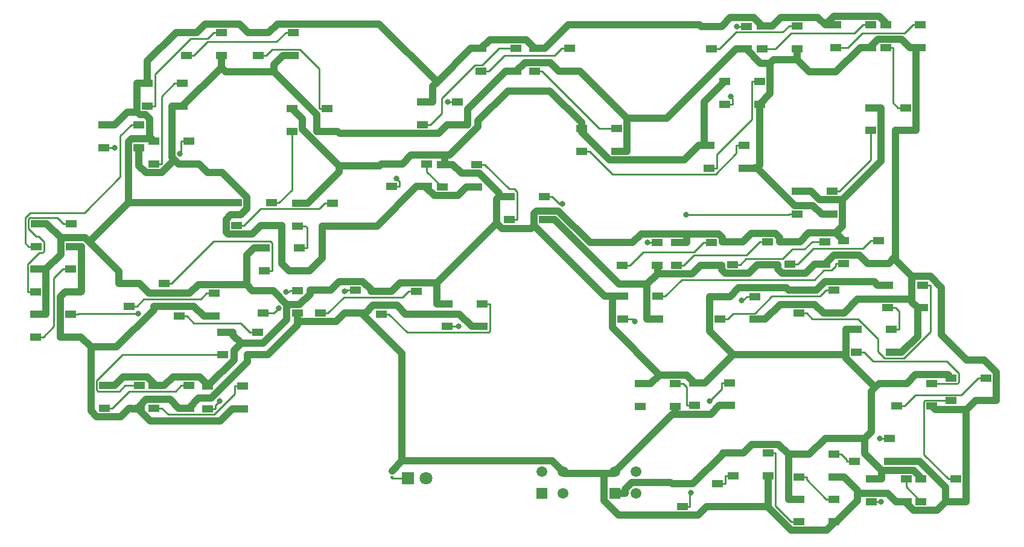
<source format=gbr>
%TF.GenerationSoftware,KiCad,Pcbnew,(5.1.6)-1*%
%TF.CreationDate,2020-11-25T11:28:29+11:00*%
%TF.ProjectId,SNSR Panel PCB V1,534e5352-2050-4616-9e65-6c2050434220,rev?*%
%TF.SameCoordinates,Original*%
%TF.FileFunction,Copper,L1,Top*%
%TF.FilePolarity,Positive*%
%FSLAX46Y46*%
G04 Gerber Fmt 4.6, Leading zero omitted, Abs format (unit mm)*
G04 Created by KiCad (PCBNEW (5.1.6)-1) date 2020-11-25 11:28:29*
%MOMM*%
%LPD*%
G01*
G04 APERTURE LIST*
%TA.AperFunction,SMDPad,CuDef*%
%ADD10R,1.500000X1.000000*%
%TD*%
%TA.AperFunction,ComponentPad*%
%ADD11C,1.520000*%
%TD*%
%TA.AperFunction,ComponentPad*%
%ADD12R,1.520000X1.520000*%
%TD*%
%TA.AperFunction,ComponentPad*%
%ADD13C,1.800000*%
%TD*%
%TA.AperFunction,ComponentPad*%
%ADD14R,1.800000X1.800000*%
%TD*%
%TA.AperFunction,ViaPad*%
%ADD15C,0.800000*%
%TD*%
%TA.AperFunction,Conductor*%
%ADD16C,1.000000*%
%TD*%
%TA.AperFunction,Conductor*%
%ADD17C,0.400600*%
%TD*%
%TA.AperFunction,Conductor*%
%ADD18C,0.250000*%
%TD*%
G04 APERTURE END LIST*
D10*
%TO.P,D59,1*%
%TO.N,/LED+5V*%
X167541000Y-102133000D03*
%TO.P,D59,2*%
%TO.N,Net-(D59-Pad2)*%
X167541000Y-105333000D03*
%TO.P,D59,4*%
%TO.N,Net-(D58-Pad2)*%
X172441000Y-102133000D03*
%TO.P,D59,3*%
%TO.N,/LEDGND*%
X172441000Y-105333000D03*
%TD*%
%TO.P,D58,1*%
%TO.N,/LED+5V*%
X175135000Y-102032000D03*
%TO.P,D58,2*%
%TO.N,Net-(D58-Pad2)*%
X175135000Y-105232000D03*
%TO.P,D58,4*%
%TO.N,Net-(D57-Pad2)*%
X180035000Y-102032000D03*
%TO.P,D58,3*%
%TO.N,/LEDGND*%
X180035000Y-105232000D03*
%TD*%
%TO.P,D57,1*%
%TO.N,/LED+5V*%
X173408000Y-116230000D03*
%TO.P,D57,2*%
%TO.N,Net-(D57-Pad2)*%
X173408000Y-119430000D03*
%TO.P,D57,4*%
%TO.N,Net-(D56-Pad2)*%
X178308000Y-116230000D03*
%TO.P,D57,3*%
%TO.N,/LEDGND*%
X178308000Y-119430000D03*
%TD*%
%TO.P,D56,1*%
%TO.N,/LED+5V*%
X180520000Y-111887000D03*
%TO.P,D56,2*%
%TO.N,Net-(D56-Pad2)*%
X180520000Y-115087000D03*
%TO.P,D56,4*%
%TO.N,Net-(D55-Pad2)*%
X185420000Y-111887000D03*
%TO.P,D56,3*%
%TO.N,/LEDGND*%
X185420000Y-115087000D03*
%TD*%
%TO.P,D55,1*%
%TO.N,/LED+5V*%
X189766000Y-118364000D03*
%TO.P,D55,2*%
%TO.N,Net-(D55-Pad2)*%
X189766000Y-121564000D03*
%TO.P,D55,4*%
%TO.N,Net-(D54-Pad2)*%
X194666000Y-118364000D03*
%TO.P,D55,3*%
%TO.N,/LEDGND*%
X194666000Y-121564000D03*
%TD*%
%TO.P,D54,1*%
%TO.N,/LED+5V*%
X189766000Y-112090000D03*
%TO.P,D54,2*%
%TO.N,Net-(D54-Pad2)*%
X189766000Y-115290000D03*
%TO.P,D54,4*%
%TO.N,Net-(D53-Pad2)*%
X194666000Y-112090000D03*
%TO.P,D54,3*%
%TO.N,/LEDGND*%
X194666000Y-115290000D03*
%TD*%
%TO.P,D53,1*%
%TO.N,/LED+5V*%
X197575000Y-109830000D03*
%TO.P,D53,2*%
%TO.N,Net-(D53-Pad2)*%
X197575000Y-113030000D03*
%TO.P,D53,4*%
%TO.N,Net-(D52-Pad2)*%
X202475000Y-109830000D03*
%TO.P,D53,3*%
%TO.N,/LEDGND*%
X202475000Y-113030000D03*
%TD*%
%TO.P,D52,1*%
%TO.N,/LED+5V*%
X199937000Y-115545000D03*
%TO.P,D52,2*%
%TO.N,Net-(D52-Pad2)*%
X199937000Y-118745000D03*
%TO.P,D52,4*%
%TO.N,Net-(D51-Pad2)*%
X204837000Y-115545000D03*
%TO.P,D52,3*%
%TO.N,/LEDGND*%
X204837000Y-118745000D03*
%TD*%
%TO.P,D51,1*%
%TO.N,/LED+5V*%
X206911000Y-115519000D03*
%TO.P,D51,2*%
%TO.N,Net-(D51-Pad2)*%
X206911000Y-118719000D03*
%TO.P,D51,4*%
%TO.N,Net-(D50-Pad2)*%
X211811000Y-115519000D03*
%TO.P,D51,3*%
%TO.N,/LEDGND*%
X211811000Y-118719000D03*
%TD*%
%TO.P,D50,1*%
%TO.N,/LED+5V*%
X211102000Y-101346000D03*
%TO.P,D50,2*%
%TO.N,Net-(D50-Pad2)*%
X211102000Y-104546000D03*
%TO.P,D50,4*%
%TO.N,Net-(D49-Pad2)*%
X216002000Y-101346000D03*
%TO.P,D50,3*%
%TO.N,/LEDGND*%
X216002000Y-104546000D03*
%TD*%
%TO.P,D49,1*%
%TO.N,/LED+5V*%
X203493000Y-102108000D03*
%TO.P,D49,2*%
%TO.N,Net-(D49-Pad2)*%
X203493000Y-105308000D03*
%TO.P,D49,4*%
%TO.N,Net-(D48-Pad2)*%
X208393000Y-102108000D03*
%TO.P,D49,3*%
%TO.N,/LEDGND*%
X208393000Y-105308000D03*
%TD*%
%TO.P,D48,1*%
%TO.N,/LED+5V*%
X197843000Y-94564200D03*
%TO.P,D48,2*%
%TO.N,Net-(D48-Pad2)*%
X197843000Y-97764200D03*
%TO.P,D48,4*%
%TO.N,Net-(D47-Pad2)*%
X202743000Y-94564200D03*
%TO.P,D48,3*%
%TO.N,/LEDGND*%
X202743000Y-97764200D03*
%TD*%
%TO.P,D47,1*%
%TO.N,/LED+5V*%
X202262000Y-88315800D03*
%TO.P,D47,2*%
%TO.N,Net-(D47-Pad2)*%
X202262000Y-91515800D03*
%TO.P,D47,4*%
%TO.N,Net-(D46-Pad2)*%
X207162000Y-88315800D03*
%TO.P,D47,3*%
%TO.N,/LEDGND*%
X207162000Y-91515800D03*
%TD*%
%TO.P,D46,1*%
%TO.N,/LED+5V*%
X189766000Y-89027000D03*
%TO.P,D46,2*%
%TO.N,Net-(D46-Pad2)*%
X189766000Y-92227000D03*
%TO.P,D46,4*%
%TO.N,Net-(D45-Pad2)*%
X194666000Y-89027000D03*
%TO.P,D46,3*%
%TO.N,/LEDGND*%
X194666000Y-92227000D03*
%TD*%
%TO.P,D45,1*%
%TO.N,/LED+5V*%
X178691000Y-89916000D03*
%TO.P,D45,2*%
%TO.N,Net-(D45-Pad2)*%
X178691000Y-93116000D03*
%TO.P,D45,4*%
%TO.N,Net-(D44-Pad2)*%
X183591000Y-89916000D03*
%TO.P,D45,3*%
%TO.N,/LEDGND*%
X183591000Y-93116000D03*
%TD*%
%TO.P,D44,1*%
%TO.N,/LED+5V*%
X165026000Y-89890600D03*
%TO.P,D44,2*%
%TO.N,Net-(D44-Pad2)*%
X165026000Y-93090600D03*
%TO.P,D44,4*%
%TO.N,Net-(D43-Pad2)*%
X169926000Y-89890600D03*
%TO.P,D44,3*%
%TO.N,/LEDGND*%
X169926000Y-93090600D03*
%TD*%
%TO.P,D43,1*%
%TO.N,/LED+5V*%
X196014000Y-82118200D03*
%TO.P,D43,2*%
%TO.N,Net-(D43-Pad2)*%
X196014000Y-85318200D03*
%TO.P,D43,4*%
%TO.N,Net-(D42-Pad2)*%
X200914000Y-82118200D03*
%TO.P,D43,3*%
%TO.N,/LEDGND*%
X200914000Y-85318200D03*
%TD*%
%TO.P,D42,1*%
%TO.N,/LED+5V*%
X188496000Y-82219800D03*
%TO.P,D42,2*%
%TO.N,Net-(D42-Pad2)*%
X188496000Y-85419800D03*
%TO.P,D42,4*%
%TO.N,Net-(D41-Pad2)*%
X193396000Y-82219800D03*
%TO.P,D42,3*%
%TO.N,/LEDGND*%
X193396000Y-85419800D03*
%TD*%
%TO.P,D41,1*%
%TO.N,/LED+5V*%
X180469000Y-82245200D03*
%TO.P,D41,2*%
%TO.N,Net-(D41-Pad2)*%
X180469000Y-85445200D03*
%TO.P,D41,4*%
%TO.N,Net-(D40-Pad2)*%
X185369000Y-82245200D03*
%TO.P,D41,3*%
%TO.N,/LEDGND*%
X185369000Y-85445200D03*
%TD*%
%TO.P,D40,1*%
%TO.N,/LED+5V*%
X172570000Y-82346800D03*
%TO.P,D40,2*%
%TO.N,Net-(D40-Pad2)*%
X172570000Y-85546800D03*
%TO.P,D40,4*%
%TO.N,Net-(D39-Pad2)*%
X177470000Y-82346800D03*
%TO.P,D40,3*%
%TO.N,/LEDGND*%
X177470000Y-85546800D03*
%TD*%
%TO.P,D39,1*%
%TO.N,/LED+5V*%
X165001000Y-82346800D03*
%TO.P,D39,2*%
%TO.N,Net-(D39-Pad2)*%
X165001000Y-85546800D03*
%TO.P,D39,4*%
%TO.N,Net-(D38-Pad2)*%
X169901000Y-82346800D03*
%TO.P,D39,3*%
%TO.N,/LEDGND*%
X169901000Y-85546800D03*
%TD*%
%TO.P,D38,1*%
%TO.N,/LED+5V*%
X189512000Y-75158600D03*
%TO.P,D38,2*%
%TO.N,Net-(D38-Pad2)*%
X189512000Y-78358600D03*
%TO.P,D38,4*%
%TO.N,Net-(D37-Pad2)*%
X194412000Y-75158600D03*
%TO.P,D38,3*%
%TO.N,/LEDGND*%
X194412000Y-78358600D03*
%TD*%
%TO.P,R1,2*%
%TO.N,/LEDGND*%
%TA.AperFunction,SMDPad,CuDef*%
G36*
G01*
X132790000Y-114931000D02*
X132590000Y-114931000D01*
G75*
G02*
X132490000Y-114831000I0J100000D01*
G01*
X132490000Y-114571000D01*
G75*
G02*
X132590000Y-114471000I100000J0D01*
G01*
X132790000Y-114471000D01*
G75*
G02*
X132890000Y-114571000I0J-100000D01*
G01*
X132890000Y-114831000D01*
G75*
G02*
X132790000Y-114931000I-100000J0D01*
G01*
G37*
%TD.AperFunction*%
%TO.P,R1,1*%
%TO.N,Net-(D1-Pad1)*%
%TA.AperFunction,SMDPad,CuDef*%
G36*
G01*
X132790000Y-115571000D02*
X132590000Y-115571000D01*
G75*
G02*
X132490000Y-115471000I0J100000D01*
G01*
X132490000Y-115211000D01*
G75*
G02*
X132590000Y-115111000I100000J0D01*
G01*
X132790000Y-115111000D01*
G75*
G02*
X132890000Y-115211000I0J-100000D01*
G01*
X132890000Y-115471000D01*
G75*
G02*
X132790000Y-115571000I-100000J0D01*
G01*
G37*
%TD.AperFunction*%
%TD*%
D11*
%TO.P,J2,4*%
%TO.N,/LEDGND*%
X156694999Y-114526001D03*
%TO.P,J2,3*%
%TO.N,/DATAOUT*%
X153695000Y-114526001D03*
%TO.P,J2,2*%
%TO.N,/LED+5V*%
X156694999Y-117526000D03*
D12*
%TO.P,J2,1*%
%TO.N,/DATALOOP*%
X153695000Y-117526000D03*
%TD*%
D11*
%TO.P,J1,4*%
%TO.N,/DATAIN*%
X166931999Y-114526001D03*
%TO.P,J1,3*%
%TO.N,/LEDGND*%
X163932000Y-114526001D03*
%TO.P,J1,2*%
%TO.N,/DATALOOP*%
X166931999Y-117526000D03*
D12*
%TO.P,J1,1*%
%TO.N,/LED+5V*%
X163932000Y-117526000D03*
%TD*%
D10*
%TO.P,D37,1*%
%TO.N,/LED+5V*%
X199875000Y-63423800D03*
%TO.P,D37,2*%
%TO.N,Net-(D37-Pad2)*%
X199875000Y-66623800D03*
%TO.P,D37,4*%
%TO.N,Net-(D36-Pad2)*%
X204775000Y-63423800D03*
%TO.P,D37,3*%
%TO.N,/LEDGND*%
X204775000Y-66623800D03*
%TD*%
%TO.P,D36,1*%
%TO.N,/LED+5V*%
X201932000Y-51790600D03*
%TO.P,D36,2*%
%TO.N,Net-(D36-Pad2)*%
X201932000Y-54990600D03*
%TO.P,D36,4*%
%TO.N,Net-(D35-Pad2)*%
X206832000Y-51790600D03*
%TO.P,D36,3*%
%TO.N,/LEDGND*%
X206832000Y-54990600D03*
%TD*%
%TO.P,D35,1*%
%TO.N,/LED+5V*%
X194947000Y-51791000D03*
%TO.P,D35,2*%
%TO.N,Net-(D35-Pad2)*%
X194947000Y-54991000D03*
%TO.P,D35,4*%
%TO.N,Net-(D34-Pad2)*%
X199847000Y-51791000D03*
%TO.P,D35,3*%
%TO.N,/LEDGND*%
X199847000Y-54991000D03*
%TD*%
%TO.P,D34,1*%
%TO.N,/LED+5V*%
X184584000Y-51918000D03*
%TO.P,D34,2*%
%TO.N,Net-(D34-Pad2)*%
X184584000Y-55118000D03*
%TO.P,D34,4*%
%TO.N,Net-(D33-Pad2)*%
X189484000Y-51918000D03*
%TO.P,D34,3*%
%TO.N,/LEDGND*%
X189484000Y-55118000D03*
%TD*%
%TO.P,D33,1*%
%TO.N,/LED+5V*%
X177497000Y-51994200D03*
%TO.P,D33,2*%
%TO.N,Net-(D33-Pad2)*%
X177497000Y-55194200D03*
%TO.P,D33,4*%
%TO.N,Net-(D32-Pad2)*%
X182397000Y-51994200D03*
%TO.P,D33,3*%
%TO.N,/LEDGND*%
X182397000Y-55194200D03*
%TD*%
%TO.P,D32,1*%
%TO.N,/LED+5V*%
X179349000Y-59715800D03*
%TO.P,D32,2*%
%TO.N,Net-(D32-Pad2)*%
X179349000Y-62915800D03*
%TO.P,D32,4*%
%TO.N,Net-(D31-Pad2)*%
X184249000Y-59715800D03*
%TO.P,D32,3*%
%TO.N,/LEDGND*%
X184249000Y-62915800D03*
%TD*%
%TO.P,D31,1*%
%TO.N,/LED+5V*%
X177190000Y-68707400D03*
%TO.P,D31,2*%
%TO.N,Net-(D31-Pad2)*%
X177190000Y-71907400D03*
%TO.P,D31,4*%
%TO.N,Net-(D30-Pad2)*%
X182090000Y-68707400D03*
%TO.P,D31,3*%
%TO.N,/LEDGND*%
X182090000Y-71907400D03*
%TD*%
%TO.P,D30,1*%
%TO.N,/LED+5V*%
X159311000Y-66319400D03*
%TO.P,D30,2*%
%TO.N,Net-(D30-Pad2)*%
X159311000Y-69519400D03*
%TO.P,D30,4*%
%TO.N,Net-(D29-Pad2)*%
X164211000Y-66319400D03*
%TO.P,D30,3*%
%TO.N,/LEDGND*%
X164211000Y-69519400D03*
%TD*%
%TO.P,D29,1*%
%TO.N,/LED+5V*%
X152668000Y-55067400D03*
%TO.P,D29,2*%
%TO.N,Net-(D29-Pad2)*%
X152668000Y-58267400D03*
%TO.P,D29,4*%
%TO.N,Net-(D28-Pad2)*%
X157568000Y-55067400D03*
%TO.P,D29,3*%
%TO.N,/LEDGND*%
X157568000Y-58267400D03*
%TD*%
%TO.P,D28,1*%
%TO.N,/LED+5V*%
X145200000Y-55092800D03*
%TO.P,D28,2*%
%TO.N,Net-(D28-Pad2)*%
X145200000Y-58292800D03*
%TO.P,D28,4*%
%TO.N,Net-(D27-Pad2)*%
X150100000Y-55092800D03*
%TO.P,D28,3*%
%TO.N,/LEDGND*%
X150100000Y-58292800D03*
%TD*%
%TO.P,D27,1*%
%TO.N,/LED+5V*%
X136957000Y-62636400D03*
%TO.P,D27,2*%
%TO.N,Net-(D27-Pad2)*%
X136957000Y-65836400D03*
%TO.P,D27,4*%
%TO.N,Net-(D26-Pad2)*%
X141857000Y-62636400D03*
%TO.P,D27,3*%
%TO.N,/LEDGND*%
X141857000Y-65836400D03*
%TD*%
%TO.P,D26,1*%
%TO.N,/LED+5V*%
X132666000Y-71297800D03*
%TO.P,D26,2*%
%TO.N,Net-(D26-Pad2)*%
X132666000Y-74497800D03*
%TO.P,D26,4*%
%TO.N,Net-(D25-Pad2)*%
X137566000Y-71297800D03*
%TO.P,D26,3*%
%TO.N,/LEDGND*%
X137566000Y-74497800D03*
%TD*%
%TO.P,D25,1*%
%TO.N,/LED+5V*%
X139702000Y-71374000D03*
%TO.P,D25,2*%
%TO.N,Net-(D25-Pad2)*%
X139702000Y-74574000D03*
%TO.P,D25,4*%
%TO.N,Net-(D24-Pad2)*%
X144602000Y-71374000D03*
%TO.P,D25,3*%
%TO.N,/LEDGND*%
X144602000Y-74574000D03*
%TD*%
%TO.P,D24,1*%
%TO.N,/LED+5V*%
X149151000Y-75920600D03*
%TO.P,D24,2*%
%TO.N,Net-(D24-Pad2)*%
X149151000Y-79120600D03*
%TO.P,D24,4*%
%TO.N,Net-(D23-Pad2)*%
X154051000Y-75920600D03*
%TO.P,D24,3*%
%TO.N,/LEDGND*%
X154051000Y-79120600D03*
%TD*%
%TO.P,D23,1*%
%TO.N,/LED+5V*%
X140439000Y-90932000D03*
%TO.P,D23,2*%
%TO.N,Net-(D23-Pad2)*%
X140439000Y-94132000D03*
%TO.P,D23,4*%
%TO.N,Net-(D22-Pad2)*%
X145339000Y-90932000D03*
%TO.P,D23,3*%
%TO.N,/LEDGND*%
X145339000Y-94132000D03*
%TD*%
%TO.P,D22,1*%
%TO.N,/LED+5V*%
X131168000Y-89179400D03*
%TO.P,D22,2*%
%TO.N,Net-(D22-Pad2)*%
X131168000Y-92379400D03*
%TO.P,D22,4*%
%TO.N,Net-(D21-Pad2)*%
X136068000Y-89179400D03*
%TO.P,D22,3*%
%TO.N,/LEDGND*%
X136068000Y-92379400D03*
%TD*%
%TO.P,D21,1*%
%TO.N,/LED+5V*%
X122608000Y-89027000D03*
%TO.P,D21,2*%
%TO.N,Net-(D21-Pad2)*%
X122608000Y-92227000D03*
%TO.P,D21,4*%
%TO.N,Net-(D20-Pad2)*%
X127508000Y-89027000D03*
%TO.P,D21,3*%
%TO.N,/LEDGND*%
X127508000Y-92227000D03*
%TD*%
%TO.P,D20,1*%
%TO.N,/LED+5V*%
X114556000Y-89077800D03*
%TO.P,D20,2*%
%TO.N,Net-(D20-Pad2)*%
X114556000Y-92277800D03*
%TO.P,D20,4*%
%TO.N,Net-(D19-Pad2)*%
X119456000Y-89077800D03*
%TO.P,D20,3*%
%TO.N,/LEDGND*%
X119456000Y-92277800D03*
%TD*%
%TO.P,D19,1*%
%TO.N,/LED+5V*%
X106821000Y-102464000D03*
%TO.P,D19,2*%
%TO.N,Net-(D19-Pad2)*%
X106821000Y-105664000D03*
%TO.P,D19,4*%
%TO.N,Net-(D18-Pad2)*%
X111721000Y-102464000D03*
%TO.P,D19,3*%
%TO.N,/LEDGND*%
X111721000Y-105664000D03*
%TD*%
%TO.P,D18,1*%
%TO.N,/LED+5V*%
X99291000Y-102387000D03*
%TO.P,D18,2*%
%TO.N,Net-(D18-Pad2)*%
X99291000Y-105587000D03*
%TO.P,D18,4*%
%TO.N,Net-(D17-Pad2)*%
X104191000Y-102387000D03*
%TO.P,D18,3*%
%TO.N,/LEDGND*%
X104191000Y-105587000D03*
%TD*%
%TO.P,D17,1*%
%TO.N,/LED+5V*%
X92331200Y-102387000D03*
%TO.P,D17,2*%
%TO.N,Net-(D17-Pad2)*%
X92331200Y-105587000D03*
%TO.P,D17,4*%
%TO.N,Net-(D16-Pad2)*%
X97231200Y-102387000D03*
%TO.P,D17,3*%
%TO.N,/LEDGND*%
X97231200Y-105587000D03*
%TD*%
%TO.P,D16,1*%
%TO.N,/LED+5V*%
X108941000Y-94920200D03*
%TO.P,D16,2*%
%TO.N,Net-(D16-Pad2)*%
X108941000Y-98120200D03*
%TO.P,D16,4*%
%TO.N,Net-(D15-Pad2)*%
X113841000Y-94920200D03*
%TO.P,D16,3*%
%TO.N,/LEDGND*%
X113841000Y-98120200D03*
%TD*%
%TO.P,D15,1*%
%TO.N,/LED+5V*%
X102845000Y-89484200D03*
%TO.P,D15,2*%
%TO.N,Net-(D15-Pad2)*%
X102845000Y-92684200D03*
%TO.P,D15,4*%
%TO.N,Net-(D14-Pad2)*%
X107745000Y-89484200D03*
%TO.P,D15,3*%
%TO.N,/LEDGND*%
X107745000Y-92684200D03*
%TD*%
%TO.P,D14,1*%
%TO.N,/LED+5V*%
X95785600Y-88087600D03*
%TO.P,D14,2*%
%TO.N,Net-(D14-Pad2)*%
X95785600Y-91287600D03*
%TO.P,D14,4*%
%TO.N,Net-(D13-Pad2)*%
X100685600Y-88087600D03*
%TO.P,D14,3*%
%TO.N,/LEDGND*%
X100685600Y-91287600D03*
%TD*%
%TO.P,D13,1*%
%TO.N,/LED+5V*%
X114759000Y-83083800D03*
%TO.P,D13,2*%
%TO.N,Net-(D13-Pad2)*%
X114759000Y-86283800D03*
%TO.P,D13,4*%
%TO.N,Net-(D12-Pad2)*%
X119659000Y-83083800D03*
%TO.P,D13,3*%
%TO.N,/LEDGND*%
X119659000Y-86283800D03*
%TD*%
%TO.P,D12,1*%
%TO.N,/LED+5V*%
X119433000Y-76809600D03*
%TO.P,D12,2*%
%TO.N,Net-(D12-Pad2)*%
X119433000Y-80009600D03*
%TO.P,D12,4*%
%TO.N,Net-(D11-Pad2)*%
X124333000Y-76809600D03*
%TO.P,D12,3*%
%TO.N,/LEDGND*%
X124333000Y-80009600D03*
%TD*%
%TO.P,D11,1*%
%TO.N,/LED+5V*%
X110848000Y-76784200D03*
%TO.P,D11,2*%
%TO.N,Net-(D11-Pad2)*%
X110848000Y-79984200D03*
%TO.P,D11,4*%
%TO.N,Net-(D10-Pad2)*%
X115748000Y-76784200D03*
%TO.P,D11,3*%
%TO.N,/LEDGND*%
X115748000Y-79984200D03*
%TD*%
%TO.P,D10,1*%
%TO.N,/LED+5V*%
X118671000Y-63525400D03*
%TO.P,D10,2*%
%TO.N,Net-(D10-Pad2)*%
X118671000Y-66725400D03*
%TO.P,D10,4*%
%TO.N,Net-(D10-Pad4)*%
X123571000Y-63525400D03*
%TO.P,D10,3*%
%TO.N,/LEDGND*%
X123571000Y-66725400D03*
%TD*%
%TO.P,D9,1*%
%TO.N,/LED+5V*%
X113947000Y-52857400D03*
%TO.P,D9,2*%
%TO.N,Net-(D10-Pad4)*%
X113947000Y-56057400D03*
%TO.P,D9,4*%
%TO.N,Net-(D8-Pad2)*%
X118847000Y-52857400D03*
%TO.P,D9,3*%
%TO.N,/LEDGND*%
X118847000Y-56057400D03*
%TD*%
%TO.P,D8,1*%
%TO.N,/LED+5V*%
X103812000Y-52857800D03*
%TO.P,D8,2*%
%TO.N,Net-(D8-Pad2)*%
X103812000Y-56057800D03*
%TO.P,D8,4*%
%TO.N,Net-(D7-Pad2)*%
X108712000Y-52857800D03*
%TO.P,D8,3*%
%TO.N,/LEDGND*%
X108712000Y-56057800D03*
%TD*%
%TO.P,D7,1*%
%TO.N,/LED+5V*%
X98351000Y-60020200D03*
%TO.P,D7,2*%
%TO.N,Net-(D7-Pad2)*%
X98351000Y-63220200D03*
%TO.P,D7,4*%
%TO.N,Net-(D6-Pad2)*%
X103251000Y-60020200D03*
%TO.P,D7,3*%
%TO.N,/LEDGND*%
X103251000Y-63220200D03*
%TD*%
%TO.P,D6,1*%
%TO.N,/LED+5V*%
X99263000Y-68148200D03*
%TO.P,D6,2*%
%TO.N,Net-(D6-Pad2)*%
X99263000Y-71348200D03*
%TO.P,D6,4*%
%TO.N,Net-(D5-Pad2)*%
X104163000Y-68148200D03*
%TO.P,D6,3*%
%TO.N,/LEDGND*%
X104163000Y-71348200D03*
%TD*%
%TO.P,D5,1*%
%TO.N,/LED+5V*%
X92278200Y-65811400D03*
%TO.P,D5,2*%
%TO.N,Net-(D5-Pad2)*%
X92278200Y-69011400D03*
%TO.P,D5,4*%
%TO.N,Net-(D4-Pad2)*%
X97178200Y-65811400D03*
%TO.P,D5,3*%
%TO.N,/LEDGND*%
X97178200Y-69011400D03*
%TD*%
%TO.P,D4,1*%
%TO.N,/LED+5V*%
X82753200Y-79705200D03*
%TO.P,D4,2*%
%TO.N,Net-(D4-Pad2)*%
X82753200Y-82905200D03*
%TO.P,D4,4*%
%TO.N,Net-(D3-Pad2)*%
X87653200Y-79705200D03*
%TO.P,D4,3*%
%TO.N,/LEDGND*%
X87653200Y-82905200D03*
%TD*%
%TO.P,D3,1*%
%TO.N,/LED+5V*%
X82690800Y-86055400D03*
%TO.P,D3,2*%
%TO.N,Net-(D3-Pad2)*%
X82690800Y-89255400D03*
%TO.P,D3,4*%
%TO.N,Net-(D2-Pad2)*%
X87590800Y-86055400D03*
%TO.P,D3,3*%
%TO.N,/LEDGND*%
X87590800Y-89255400D03*
%TD*%
%TO.P,D2,1*%
%TO.N,/LED+5V*%
X82679200Y-92405200D03*
%TO.P,D2,2*%
%TO.N,Net-(D2-Pad2)*%
X82679200Y-95605200D03*
%TO.P,D2,4*%
%TO.N,/DATAIN*%
X87579200Y-92405200D03*
%TO.P,D2,3*%
%TO.N,/LEDGND*%
X87579200Y-95605200D03*
%TD*%
D13*
%TO.P,D1,2*%
%TO.N,/LED+5V*%
X137490000Y-115443000D03*
D14*
%TO.P,D1,1*%
%TO.N,Net-(D1-Pad1)*%
X134950000Y-115443000D03*
%TD*%
D15*
%TO.N,/DATAIN*%
X97095300Y-92347300D03*
%TO.N,Net-(D5-Pad2)*%
X102935500Y-69902800D03*
X93772100Y-69011400D03*
%TO.N,Net-(D19-Pad2)*%
X117809300Y-89312800D03*
X108516500Y-104619700D03*
%TO.N,Net-(D20-Pad2)*%
X125994000Y-89201700D03*
X116821800Y-91541800D03*
%TO.N,Net-(D23-Pad2)*%
X156589900Y-76934100D03*
X142036800Y-94132000D03*
%TO.N,Net-(D26-Pad2)*%
X140480700Y-62636400D03*
X133304500Y-73388300D03*
%TO.N,Net-(D32-Pad2)*%
X181035400Y-51994100D03*
X180172200Y-61809600D03*
%TO.N,Net-(D38-Pad2)*%
X168521200Y-82346800D03*
X173917200Y-78423100D03*
%TO.N,Net-(D44-Pad2)*%
X181750100Y-90498300D03*
X166762300Y-93422200D03*
%TO.N,Net-(D52-Pad2)*%
X201297600Y-118744700D03*
X201111600Y-109830000D03*
%TO.N,Net-(D57-Pad2)*%
X177257900Y-104577400D03*
X174645700Y-117487200D03*
%TD*%
D16*
%TO.N,/LEDGND*%
X194412000Y-78358600D02*
X192961700Y-78358600D01*
X134077800Y-113022300D02*
X132690000Y-114410100D01*
X156695000Y-114526000D02*
X155191300Y-113022300D01*
X155191300Y-113022300D02*
X134077800Y-113022300D01*
X134077800Y-113022300D02*
X134077800Y-97922400D01*
X134077800Y-97922400D02*
X128382400Y-92227000D01*
D17*
X132690000Y-114410100D02*
X132690000Y-114701000D01*
D16*
X162422400Y-114796800D02*
X156965800Y-114796800D01*
X156965800Y-114796800D02*
X156695000Y-114526000D01*
X193396000Y-85419800D02*
X191945700Y-85419800D01*
X191945700Y-85419800D02*
X190745300Y-86620200D01*
X190745300Y-86620200D02*
X187406700Y-86620200D01*
X187406700Y-86620200D02*
X186819300Y-86032800D01*
X186819300Y-86032800D02*
X186819300Y-85445200D01*
X199463700Y-85318200D02*
X198263300Y-84117800D01*
X198263300Y-84117800D02*
X194698000Y-84117800D01*
X194698000Y-84117800D02*
X193396000Y-85419800D01*
X185369000Y-85445200D02*
X186819300Y-85445200D01*
X210360700Y-118719000D02*
X210360700Y-116713500D01*
X210360700Y-116713500D02*
X206677200Y-113030000D01*
X206677200Y-113030000D02*
X202475000Y-113030000D01*
X210660800Y-118719000D02*
X210360700Y-118719000D01*
X211811000Y-118719000D02*
X210660800Y-118719000D01*
X213261300Y-105797100D02*
X208882100Y-105797100D01*
X208882100Y-105797100D02*
X208393000Y-105308000D01*
X214551700Y-104546000D02*
X213300600Y-105797100D01*
X213300600Y-105797100D02*
X213261300Y-105797100D01*
X213261300Y-118719000D02*
X213261300Y-105797100D01*
X194666000Y-92227000D02*
X196116300Y-92227000D01*
X196116300Y-92227000D02*
X198027900Y-90315400D01*
X198027900Y-90315400D02*
X205638800Y-90315400D01*
X193940900Y-92227000D02*
X194666000Y-92227000D01*
X205638800Y-90315400D02*
X205638800Y-90717700D01*
X205638800Y-90717700D02*
X206436900Y-91515800D01*
X205638800Y-87107400D02*
X205638800Y-90315400D01*
X203107000Y-84575500D02*
X203324700Y-84357800D01*
X203324700Y-84357800D02*
X203324700Y-66623800D01*
X202064200Y-85318200D02*
X202364300Y-85318200D01*
X202364300Y-85318200D02*
X203107000Y-84575500D01*
X205638800Y-87107400D02*
X203107000Y-84575500D01*
X217452300Y-104546000D02*
X217452300Y-100514200D01*
X217452300Y-100514200D02*
X215752800Y-98814700D01*
X215752800Y-98814700D02*
X213274900Y-98814700D01*
X213274900Y-98814700D02*
X209793400Y-95333200D01*
X209793400Y-95333200D02*
X209793400Y-88694700D01*
X209793400Y-88694700D02*
X208206100Y-87107400D01*
X208206100Y-87107400D02*
X205638800Y-87107400D01*
X204775000Y-66623800D02*
X203324700Y-66623800D01*
X200914000Y-85318200D02*
X202064200Y-85318200D01*
X204775000Y-66623800D02*
X206225300Y-66623800D01*
X206228600Y-54990600D02*
X206228600Y-66620500D01*
X206228600Y-66620500D02*
X206225300Y-66623800D01*
X206228600Y-54990600D02*
X205381700Y-54990600D01*
X206832000Y-54990600D02*
X206228600Y-54990600D01*
X189484000Y-56648300D02*
X189484000Y-55118000D01*
X198396700Y-54991000D02*
X194979400Y-58408300D01*
X194979400Y-58408300D02*
X191244000Y-58408300D01*
X191244000Y-58408300D02*
X189484000Y-56648300D01*
X185741700Y-57170400D02*
X186263800Y-56648300D01*
X186263800Y-56648300D02*
X189484000Y-56648300D01*
X185741700Y-57170400D02*
X184373200Y-57170400D01*
X184373200Y-57170400D02*
X182397000Y-55194200D01*
X184249000Y-62915800D02*
X185741700Y-61423100D01*
X185741700Y-61423100D02*
X185741700Y-57170400D01*
X199847000Y-54991000D02*
X198396700Y-54991000D01*
X199847000Y-54991000D02*
X199847000Y-54785300D01*
X199847000Y-54785300D02*
X200842000Y-53790300D01*
X200842000Y-53790300D02*
X204181400Y-53790300D01*
X204181400Y-53790300D02*
X205381700Y-54990600D01*
X183894700Y-71853500D02*
X189199500Y-77158300D01*
X189199500Y-77158300D02*
X191761400Y-77158300D01*
X191761400Y-77158300D02*
X192961700Y-78358600D01*
X184249000Y-62915800D02*
X184249000Y-71499200D01*
X184249000Y-71499200D02*
X183894700Y-71853500D01*
X183894700Y-71853500D02*
X183594200Y-71853500D01*
X183594200Y-71853500D02*
X183540300Y-71907400D01*
X182090000Y-71907400D02*
X183540300Y-71907400D01*
X162422400Y-114796800D02*
X163661200Y-114796800D01*
X163661200Y-114796800D02*
X163932000Y-114526000D01*
X162422400Y-114796800D02*
X162422400Y-118584500D01*
X162422400Y-118584500D02*
X164468200Y-120630300D01*
X164468200Y-120630300D02*
X175657400Y-120630300D01*
X175657400Y-120630300D02*
X176857700Y-119430000D01*
X178308000Y-119430000D02*
X176857700Y-119430000D01*
X148649700Y-58292800D02*
X143307300Y-63635200D01*
X143307300Y-63635200D02*
X143307300Y-65836400D01*
X141857000Y-65836400D02*
X143307300Y-65836400D01*
X150100000Y-58292800D02*
X148649700Y-58292800D01*
X156117700Y-58267400D02*
X154917400Y-57067100D01*
X154917400Y-57067100D02*
X151325700Y-57067100D01*
X151325700Y-57067100D02*
X150100000Y-58292800D01*
X123571000Y-66725400D02*
X122120700Y-66725400D01*
X116131400Y-58389500D02*
X122120700Y-64378800D01*
X122120700Y-64378800D02*
X122120700Y-66725400D01*
X108728900Y-57742300D02*
X109376100Y-58389500D01*
X109376100Y-58389500D02*
X116131400Y-58389500D01*
X116131400Y-58389500D02*
X116131400Y-57322700D01*
X116131400Y-57322700D02*
X117396700Y-56057400D01*
X123571000Y-66725400D02*
X125021300Y-66725400D01*
X141857000Y-65836400D02*
X140406700Y-65836400D01*
X140406700Y-65836400D02*
X139206300Y-67036800D01*
X139206300Y-67036800D02*
X125332700Y-67036800D01*
X125332700Y-67036800D02*
X125021300Y-66725400D01*
X102139600Y-70775100D02*
X102712700Y-71348200D01*
X101800700Y-63220200D02*
X101800700Y-70436200D01*
X101800700Y-70436200D02*
X102139600Y-70775100D01*
X102139600Y-70775100D02*
X100366100Y-72548600D01*
X100366100Y-72548600D02*
X98175500Y-72548600D01*
X98175500Y-72548600D02*
X97178200Y-71551300D01*
X97178200Y-71551300D02*
X97178200Y-69011400D01*
X200914000Y-85318200D02*
X199463700Y-85318200D01*
X185369000Y-85445200D02*
X183918700Y-85445200D01*
X177470000Y-85546800D02*
X176019700Y-85546800D01*
X169936300Y-86747200D02*
X174819300Y-86747200D01*
X174819300Y-86747200D02*
X176019700Y-85546800D01*
X169936300Y-86747200D02*
X168475700Y-88207800D01*
X169901000Y-85546800D02*
X169936300Y-85582100D01*
X169936300Y-85582100D02*
X169936300Y-86747200D01*
X177470000Y-85546800D02*
X178920300Y-85546800D01*
X183918700Y-85445200D02*
X182718400Y-86645500D01*
X182718400Y-86645500D02*
X179418000Y-86645500D01*
X179418000Y-86645500D02*
X178920300Y-86147800D01*
X178920300Y-86147800D02*
X178920300Y-85546800D01*
X168475700Y-88207800D02*
X168475700Y-93090600D01*
X155501300Y-79120600D02*
X164588500Y-88207800D01*
X164588500Y-88207800D02*
X168475700Y-88207800D01*
X154051000Y-79120600D02*
X155501300Y-79120600D01*
X169926000Y-93090600D02*
X168475700Y-93090600D01*
X97111500Y-105706700D02*
X98769400Y-107364600D01*
X98769400Y-107364600D02*
X108570100Y-107364600D01*
X108570100Y-107364600D02*
X110270700Y-105664000D01*
X96130900Y-105587000D02*
X96250600Y-105706700D01*
X96250600Y-105706700D02*
X97111500Y-105706700D01*
X97231200Y-105587000D02*
X97111500Y-105706700D01*
X97231200Y-105587000D02*
X97231200Y-105361800D01*
X97231200Y-105361800D02*
X98206300Y-104386700D01*
X98206300Y-104386700D02*
X101540400Y-104386700D01*
X101540400Y-104386700D02*
X102740700Y-105587000D01*
X204837000Y-118745000D02*
X204837000Y-118885400D01*
X204837000Y-118885400D02*
X205871000Y-119919400D01*
X205871000Y-119919400D02*
X209160300Y-119919400D01*
X209160300Y-119919400D02*
X210360700Y-118719000D01*
X216002000Y-104546000D02*
X214551700Y-104546000D01*
X211811000Y-118719000D02*
X213261300Y-118719000D01*
X202743000Y-97764200D02*
X204193300Y-97764200D01*
X206436900Y-91515800D02*
X206436900Y-95520600D01*
X206436900Y-95520600D02*
X204193300Y-97764200D01*
X207162000Y-91515800D02*
X206436900Y-91515800D01*
X216002000Y-104546000D02*
X217452300Y-104546000D01*
X172441000Y-106432400D02*
X172025600Y-106432400D01*
X172025600Y-106432400D02*
X163932000Y-114526000D01*
X179033200Y-119430000D02*
X179758300Y-119430000D01*
X178308000Y-119430000D02*
X178711600Y-119430000D01*
X179033200Y-119430000D02*
X178711600Y-119430000D01*
X145339000Y-94132000D02*
X143888700Y-94132000D01*
X136068000Y-92379400D02*
X142136100Y-92379400D01*
X142136100Y-92379400D02*
X143888700Y-94132000D01*
X135342900Y-92379400D02*
X136068000Y-92379400D01*
X112390700Y-98120200D02*
X112390700Y-99134700D01*
X112390700Y-99134700D02*
X107306400Y-104219000D01*
X107306400Y-104219000D02*
X105559000Y-104219000D01*
X105559000Y-104219000D02*
X104191000Y-105587000D01*
X111721000Y-105664000D02*
X110270700Y-105664000D01*
X96130900Y-105587000D02*
X95780900Y-105587000D01*
X90430400Y-97005200D02*
X90430400Y-105993100D01*
X90430400Y-105993100D02*
X91224600Y-106787300D01*
X91224600Y-106787300D02*
X94580600Y-106787300D01*
X94580600Y-106787300D02*
X95780900Y-105587000D01*
X90430400Y-97005200D02*
X90429500Y-97005200D01*
X90429500Y-97005200D02*
X89029500Y-95605200D01*
X99235300Y-91287600D02*
X99235300Y-91812700D01*
X99235300Y-91812700D02*
X94042800Y-97005200D01*
X94042800Y-97005200D02*
X90430400Y-97005200D01*
X128958300Y-92227000D02*
X128958500Y-92227000D01*
X128958500Y-92227000D02*
X130006400Y-91179100D01*
X130006400Y-91179100D02*
X133417400Y-91179100D01*
X133417400Y-91179100D02*
X134617700Y-92379400D01*
X104191000Y-105587000D02*
X102740700Y-105587000D01*
X104163000Y-71348200D02*
X102712700Y-71348200D01*
X103251000Y-63220200D02*
X101800700Y-63220200D01*
X108728900Y-57742300D02*
X103251000Y-63220200D01*
X100685600Y-91287600D02*
X99235300Y-91287600D01*
X87579200Y-95605200D02*
X89029500Y-95605200D01*
X204837000Y-118745000D02*
X203386700Y-118745000D01*
X197989900Y-117544600D02*
X202186300Y-117544600D01*
X202186300Y-117544600D02*
X203386700Y-118745000D01*
X115748000Y-79984200D02*
X114297700Y-79984200D01*
X104163000Y-71348200D02*
X105613300Y-71348200D01*
X105613300Y-71348200D02*
X106771600Y-72506500D01*
X106771600Y-72506500D02*
X108850900Y-72506500D01*
X108850900Y-72506500D02*
X112298400Y-75954000D01*
X112298400Y-75954000D02*
X112298400Y-77635000D01*
X112298400Y-77635000D02*
X111451400Y-78482000D01*
X111451400Y-78482000D02*
X110039400Y-78482000D01*
X110039400Y-78482000D02*
X109397600Y-79123800D01*
X109397600Y-79123800D02*
X109397600Y-80870600D01*
X109397600Y-80870600D02*
X109711500Y-81184500D01*
X109711500Y-81184500D02*
X113097400Y-81184500D01*
X113097400Y-81184500D02*
X114297700Y-79984200D01*
X87653200Y-82905200D02*
X89103500Y-82905200D01*
X89041100Y-89255400D02*
X89103500Y-89193000D01*
X89103500Y-89193000D02*
X89103500Y-82905200D01*
X197989900Y-117544600D02*
X197989900Y-118602700D01*
X197989900Y-118602700D02*
X195028600Y-121564000D01*
X196116300Y-115290000D02*
X197989900Y-117163600D01*
X197989900Y-117163600D02*
X197989900Y-117544600D01*
X124333000Y-80009600D02*
X122882700Y-80009600D01*
X122882700Y-80009600D02*
X122882700Y-84510400D01*
X122882700Y-84510400D02*
X121109300Y-86283800D01*
X119659000Y-86283800D02*
X121109300Y-86283800D01*
X124333000Y-80009600D02*
X130603900Y-80009600D01*
X130603900Y-80009600D02*
X136115700Y-74497800D01*
X119659000Y-86283800D02*
X118208700Y-86283800D01*
X117198300Y-79984200D02*
X117198300Y-85273400D01*
X117198300Y-85273400D02*
X118208700Y-86283800D01*
X185420000Y-119430000D02*
X185420000Y-115087000D01*
X194847300Y-121564000D02*
X193646900Y-122764400D01*
X193646900Y-122764400D02*
X188658300Y-122764400D01*
X188658300Y-122764400D02*
X185420000Y-119526100D01*
X185420000Y-119526100D02*
X185420000Y-119430000D01*
X185420000Y-119430000D02*
X179758300Y-119430000D01*
X194847300Y-121564000D02*
X195028600Y-121564000D01*
X194666000Y-121564000D02*
X194847300Y-121564000D01*
X119456000Y-93442900D02*
X119456000Y-92277800D01*
X115291300Y-98120200D02*
X119456000Y-93955500D01*
X119456000Y-93955500D02*
X119456000Y-93442900D01*
X119456000Y-93442900D02*
X124841800Y-93442900D01*
X124841800Y-93442900D02*
X126057700Y-92227000D01*
X127508000Y-92227000D02*
X126057700Y-92227000D01*
X113841000Y-98120200D02*
X115291300Y-98120200D01*
X113795100Y-98120200D02*
X113841000Y-98120200D01*
X113795100Y-98120200D02*
X112390700Y-98120200D01*
X194666000Y-115290000D02*
X196116300Y-115290000D01*
X182397000Y-55194200D02*
X180946700Y-55194200D01*
X180946700Y-55194200D02*
X171230500Y-64910400D01*
X171230500Y-64910400D02*
X165661300Y-64910400D01*
X165661300Y-64910400D02*
X165661300Y-69519400D01*
X159018300Y-58267400D02*
X165661300Y-64910400D01*
X164211000Y-69519400D02*
X165661300Y-69519400D01*
X157568000Y-58267400D02*
X159018300Y-58267400D01*
X156842900Y-58267400D02*
X157568000Y-58267400D01*
X144602000Y-74574000D02*
X143151700Y-74574000D01*
X143151700Y-74574000D02*
X141951300Y-75774400D01*
X141951300Y-75774400D02*
X138615200Y-75774400D01*
X138615200Y-75774400D02*
X137566000Y-74725200D01*
X137566000Y-74725200D02*
X137566000Y-74497800D01*
X137566000Y-74497800D02*
X136115700Y-74497800D01*
X115748000Y-79984200D02*
X117198300Y-79984200D01*
X156842900Y-58267400D02*
X156117700Y-58267400D01*
X108712000Y-56057800D02*
X108712000Y-57725400D01*
X108712000Y-57725400D02*
X108728900Y-57742300D01*
X87590800Y-89255400D02*
X89041100Y-89255400D01*
X106294700Y-92684200D02*
X104898100Y-91287600D01*
X104898100Y-91287600D02*
X100685600Y-91287600D01*
X86865700Y-89255400D02*
X86128900Y-89992200D01*
X86128900Y-89992200D02*
X86128900Y-95605200D01*
X87579200Y-95605200D02*
X86128900Y-95605200D01*
X178584700Y-105232000D02*
X177384300Y-106432400D01*
X177384300Y-106432400D02*
X172441000Y-106432400D01*
X172441000Y-106432400D02*
X172441000Y-105333000D01*
X180035000Y-105232000D02*
X178584700Y-105232000D01*
X193940900Y-92227000D02*
X193215700Y-92227000D01*
X183591000Y-93116000D02*
X185041300Y-93116000D01*
X185041300Y-93116000D02*
X187130600Y-91026700D01*
X187130600Y-91026700D02*
X192015400Y-91026700D01*
X192015400Y-91026700D02*
X193215700Y-92227000D01*
X128233200Y-92227000D02*
X128382400Y-92227000D01*
X128382400Y-92227000D02*
X128958300Y-92227000D01*
X127508000Y-92227000D02*
X128233200Y-92227000D01*
X135342900Y-92379400D02*
X134617700Y-92379400D01*
X107745000Y-92684200D02*
X106294700Y-92684200D01*
X118847000Y-56057400D02*
X117396700Y-56057400D01*
X87590800Y-89255400D02*
X86865700Y-89255400D01*
%TO.N,/LED+5V*%
X98652400Y-67811000D02*
X98925800Y-67811000D01*
X98925800Y-67811000D02*
X99263000Y-68148200D01*
X95711000Y-76784200D02*
X95711000Y-68219500D01*
X95711000Y-68219500D02*
X96119500Y-67811000D01*
X96119500Y-67811000D02*
X98652400Y-67811000D01*
X96900700Y-64013000D02*
X97308300Y-64420600D01*
X97308300Y-64420600D02*
X98051000Y-64420600D01*
X98051000Y-64420600D02*
X98652400Y-65022000D01*
X98652400Y-65022000D02*
X98652400Y-67811000D01*
X96900700Y-60020200D02*
X96900700Y-64013000D01*
X96900700Y-64013000D02*
X95526900Y-64013000D01*
X95526900Y-64013000D02*
X93728500Y-65811400D01*
X90213900Y-82281300D02*
X94335300Y-86402700D01*
X94335300Y-86402700D02*
X94335300Y-88087600D01*
X86193700Y-81695400D02*
X89628000Y-81695400D01*
X89628000Y-81695400D02*
X90213900Y-82281300D01*
X90213900Y-82281300D02*
X95711000Y-76784200D01*
X95711000Y-76784200D02*
X109397700Y-76784200D01*
X180469000Y-82245200D02*
X179018700Y-82245200D01*
X174020300Y-81146500D02*
X178520900Y-81146500D01*
X178520900Y-81146500D02*
X179018700Y-81644300D01*
X179018700Y-81644300D02*
X179018700Y-82245200D01*
X166451300Y-82346800D02*
X167651600Y-81146500D01*
X167651600Y-81146500D02*
X174020300Y-81146500D01*
X113947000Y-52857400D02*
X112496700Y-52857400D01*
X103812000Y-52857800D02*
X105262300Y-52857800D01*
X105262300Y-52857800D02*
X106462600Y-51657500D01*
X106462600Y-51657500D02*
X111296800Y-51657500D01*
X111296800Y-51657500D02*
X112496700Y-52857400D01*
X103086900Y-52857800D02*
X103812000Y-52857800D01*
X139034600Y-59807900D02*
X138407300Y-60435200D01*
X138407300Y-60435200D02*
X138407300Y-62636400D01*
X143749700Y-55092800D02*
X139034600Y-59807900D01*
X115397300Y-52857400D02*
X116597700Y-51657000D01*
X116597700Y-51657000D02*
X130883700Y-51657000D01*
X130883700Y-51657000D02*
X139034600Y-59807900D01*
X113947000Y-52857400D02*
X115397300Y-52857400D01*
X195862400Y-76359000D02*
X195862400Y-80072400D01*
X195862400Y-80072400D02*
X194915300Y-81019500D01*
X189512000Y-75158600D02*
X191459400Y-75158600D01*
X191459400Y-75158600D02*
X192659800Y-76359000D01*
X192659800Y-76359000D02*
X195862400Y-76359000D01*
X201325300Y-63423800D02*
X201325300Y-70896100D01*
X201325300Y-70896100D02*
X195862400Y-76359000D01*
X194915300Y-81019500D02*
X196014000Y-82118200D01*
X189946300Y-82219800D02*
X191146600Y-81019500D01*
X191146600Y-81019500D02*
X194915300Y-81019500D01*
X199875000Y-63423800D02*
X201325300Y-63423800D01*
X188496000Y-82219800D02*
X189946300Y-82219800D01*
X187770900Y-82219800D02*
X188496000Y-82219800D01*
X180528600Y-98088700D02*
X176585300Y-102032000D01*
X196392700Y-98088700D02*
X180528600Y-98088700D01*
X180528600Y-98088700D02*
X177240700Y-94800800D01*
X177240700Y-94800800D02*
X177240700Y-89916000D01*
X178691000Y-89916000D02*
X177240700Y-89916000D01*
X136957000Y-62636400D02*
X138407300Y-62636400D01*
X145200000Y-55092800D02*
X143749700Y-55092800D01*
X145200000Y-55092800D02*
X146400400Y-53892400D01*
X146400400Y-53892400D02*
X151493000Y-53892400D01*
X151493000Y-53892400D02*
X152668000Y-55067400D01*
X189766000Y-89027000D02*
X188315700Y-89027000D01*
X178691000Y-89916000D02*
X180141300Y-89916000D01*
X180141300Y-89916000D02*
X181341600Y-88715700D01*
X181341600Y-88715700D02*
X188004400Y-88715700D01*
X188004400Y-88715700D02*
X188315700Y-89027000D01*
X180520000Y-111887000D02*
X179069700Y-111887000D01*
X173408000Y-116230000D02*
X174858300Y-116230000D01*
X179069700Y-111887000D02*
X179069700Y-112018600D01*
X179069700Y-112018600D02*
X174858300Y-116230000D01*
X181245200Y-111887000D02*
X180520000Y-111887000D01*
X181245200Y-111887000D02*
X181970300Y-111887000D01*
X173408000Y-116230000D02*
X171957700Y-116230000D01*
X163932000Y-117526000D02*
X165392300Y-117526000D01*
X165392300Y-117526000D02*
X165392300Y-116978400D01*
X165392300Y-116978400D02*
X166344700Y-116026000D01*
X166344700Y-116026000D02*
X171753700Y-116026000D01*
X171753700Y-116026000D02*
X171957700Y-116230000D01*
X140061400Y-70097400D02*
X135316700Y-70097400D01*
X135316700Y-70097400D02*
X134116300Y-71297800D01*
X159311000Y-66319400D02*
X159311000Y-65519000D01*
X159311000Y-65519000D02*
X154846500Y-61054500D01*
X154846500Y-61054500D02*
X148937900Y-61054500D01*
X148937900Y-61054500D02*
X144760500Y-65231900D01*
X144760500Y-65231900D02*
X144760500Y-66116400D01*
X144760500Y-66116400D02*
X140779500Y-70097400D01*
X140779500Y-70097400D02*
X140061400Y-70097400D01*
X140061400Y-71374000D02*
X140061400Y-70097400D01*
X132666000Y-71297800D02*
X134116300Y-71297800D01*
X112311700Y-88283800D02*
X113105700Y-89077800D01*
X104295300Y-89484200D02*
X105495700Y-88283800D01*
X105495700Y-88283800D02*
X112311700Y-88283800D01*
X112311700Y-88283800D02*
X112311700Y-84080800D01*
X112311700Y-84080800D02*
X113308700Y-83083800D01*
X114759000Y-83083800D02*
X113308700Y-83083800D01*
X110848000Y-76784200D02*
X109397700Y-76784200D01*
X95785600Y-88087600D02*
X97235900Y-88087600D01*
X103570200Y-89484200D02*
X103570200Y-89484100D01*
X103570200Y-89484100D02*
X98632400Y-89484100D01*
X98632400Y-89484100D02*
X97235900Y-88087600D01*
X103570200Y-89484200D02*
X104295300Y-89484200D01*
X102845000Y-89484200D02*
X103570200Y-89484200D01*
X92278200Y-65811400D02*
X93728500Y-65811400D01*
X193496700Y-51791000D02*
X194697100Y-50590600D01*
X194697100Y-50590600D02*
X201014700Y-50590600D01*
X201014700Y-50590600D02*
X201932000Y-51507900D01*
X201932000Y-51507900D02*
X201932000Y-51790600D01*
X186034300Y-51918000D02*
X187234600Y-50717700D01*
X187234600Y-50717700D02*
X192423400Y-50717700D01*
X192423400Y-50717700D02*
X193496700Y-51791000D01*
X184584000Y-51918000D02*
X186034300Y-51918000D01*
X194947000Y-51791000D02*
X193496700Y-51791000D01*
X178947300Y-51994200D02*
X180147600Y-50793900D01*
X180147600Y-50793900D02*
X183459900Y-50793900D01*
X183459900Y-50793900D02*
X184584000Y-51918000D01*
X187770900Y-82219800D02*
X187045700Y-82219800D01*
X202262000Y-88315800D02*
X200811700Y-88315800D01*
X189766000Y-89027000D02*
X192197300Y-89027000D01*
X192197300Y-89027000D02*
X193397700Y-87826600D01*
X193397700Y-87826600D02*
X200322500Y-87826600D01*
X200322500Y-87826600D02*
X200811700Y-88315800D01*
X196392700Y-98088700D02*
X196392700Y-94564200D01*
X200461500Y-102658900D02*
X196392700Y-98590200D01*
X196392700Y-98590200D02*
X196392700Y-98088700D01*
X175135000Y-102032000D02*
X176585300Y-102032000D01*
X188315700Y-112090000D02*
X188315700Y-118364000D01*
X181970300Y-111887000D02*
X183170600Y-110686700D01*
X183170600Y-110686700D02*
X186912400Y-110686700D01*
X186912400Y-110686700D02*
X188315700Y-112090000D01*
X189766000Y-118364000D02*
X188315700Y-118364000D01*
X189766000Y-112090000D02*
X188315700Y-112090000D01*
X176464900Y-68707400D02*
X176464900Y-62599900D01*
X176464900Y-62599900D02*
X179349000Y-59715800D01*
X176464900Y-68707400D02*
X175739700Y-68707400D01*
X177190000Y-68707400D02*
X176464900Y-68707400D01*
X159311000Y-66319400D02*
X159311000Y-66860100D01*
X159311000Y-66860100D02*
X163219700Y-70768800D01*
X163219700Y-70768800D02*
X173678300Y-70768800D01*
X173678300Y-70768800D02*
X175739700Y-68707400D01*
X140061400Y-71374000D02*
X141152300Y-71374000D01*
X139702000Y-71374000D02*
X140061400Y-71374000D01*
X98351000Y-60020200D02*
X96900700Y-60020200D01*
X102361700Y-52857800D02*
X98351000Y-56868500D01*
X98351000Y-56868500D02*
X98351000Y-60020200D01*
X82679200Y-92405200D02*
X84129500Y-92405200D01*
X84129500Y-92405200D02*
X84141100Y-92393600D01*
X84141100Y-92393600D02*
X84141100Y-86055400D01*
X84203500Y-79705200D02*
X86193700Y-81695400D01*
X86193700Y-81695400D02*
X86193700Y-84002800D01*
X86193700Y-84002800D02*
X84141100Y-86055400D01*
X82690800Y-86055400D02*
X84141100Y-86055400D01*
X152590200Y-79928400D02*
X152590200Y-78289200D01*
X152590200Y-78289200D02*
X152968500Y-77910900D01*
X152968500Y-77910900D02*
X156010700Y-77910900D01*
X156010700Y-77910900D02*
X160446600Y-82346800D01*
X160446600Y-82346800D02*
X163550700Y-82346800D01*
X174020300Y-82346800D02*
X174020300Y-81146500D01*
X180469000Y-82245200D02*
X181919300Y-82245200D01*
X181919300Y-82245200D02*
X183119700Y-81044800D01*
X183119700Y-81044800D02*
X186463600Y-81044800D01*
X186463600Y-81044800D02*
X187045700Y-81626900D01*
X187045700Y-81626900D02*
X187045700Y-82219800D01*
X203493000Y-102108000D02*
X202042700Y-102108000D01*
X203493000Y-102108000D02*
X204943300Y-102108000D01*
X204943300Y-102108000D02*
X206143600Y-100907700D01*
X206143600Y-100907700D02*
X210663700Y-100907700D01*
X210663700Y-100907700D02*
X211102000Y-101346000D01*
X200461500Y-102658900D02*
X201012300Y-102108100D01*
X201012300Y-102108100D02*
X202042700Y-102108100D01*
X202042700Y-102108100D02*
X202042700Y-102108000D01*
X170191600Y-100932700D02*
X174035700Y-100932700D01*
X174035700Y-100932700D02*
X175135000Y-102032000D01*
X199025300Y-109830000D02*
X199910500Y-108944800D01*
X199910500Y-108944800D02*
X199910500Y-103209900D01*
X199910500Y-103209900D02*
X200461500Y-102658900D01*
X197843000Y-94564200D02*
X196392700Y-94564200D01*
X147361400Y-79600400D02*
X147361400Y-76259900D01*
X147361400Y-76259900D02*
X147700700Y-75920600D01*
X152590200Y-79928400D02*
X152167900Y-80350700D01*
X152167900Y-80350700D02*
X148111700Y-80350700D01*
X148111700Y-80350700D02*
X147361400Y-79600400D01*
X138988700Y-87973100D02*
X147361400Y-79600400D01*
X152590200Y-79928400D02*
X162552400Y-89890600D01*
X162552400Y-89890600D02*
X163575700Y-89890600D01*
X106821000Y-102343600D02*
X106821000Y-102464000D01*
X111521700Y-96500700D02*
X110507100Y-97515300D01*
X110507100Y-97515300D02*
X110507100Y-98845600D01*
X110507100Y-98845600D02*
X107009100Y-102343600D01*
X107009100Y-102343600D02*
X106821000Y-102343600D01*
X106821000Y-102343600D02*
X105664000Y-101186600D01*
X105664000Y-101186600D02*
X101941700Y-101186600D01*
X101941700Y-101186600D02*
X100741300Y-102387000D01*
X95785600Y-88087600D02*
X94335300Y-88087600D01*
X82753200Y-79705200D02*
X84203500Y-79705200D01*
X189766000Y-112090000D02*
X191216300Y-112090000D01*
X191216300Y-112090000D02*
X193476300Y-109830000D01*
X193476300Y-109830000D02*
X197575000Y-109830000D01*
X122608000Y-89027000D02*
X121157700Y-89027000D01*
X122608000Y-89027000D02*
X124058300Y-89027000D01*
X129717700Y-89179400D02*
X129717700Y-88954300D01*
X129717700Y-88954300D02*
X128590100Y-87826700D01*
X128590100Y-87826700D02*
X125258600Y-87826700D01*
X125258600Y-87826700D02*
X124058300Y-89027000D01*
X121157700Y-89027000D02*
X121157700Y-89627100D01*
X121157700Y-89627100D02*
X119714000Y-91070800D01*
X119714000Y-91070800D02*
X117924300Y-91070800D01*
X114556000Y-89077800D02*
X113105700Y-89077800D01*
X117924300Y-91070800D02*
X116006300Y-89152800D01*
X116006300Y-89152800D02*
X116006300Y-89077800D01*
X117924300Y-91070800D02*
X117924300Y-93166200D01*
X117924300Y-93166200D02*
X114589800Y-96500700D01*
X114589800Y-96500700D02*
X111521700Y-96500700D01*
X114556000Y-89077800D02*
X116006300Y-89077800D01*
X132666000Y-71297800D02*
X131215700Y-71297800D01*
X125252500Y-71573100D02*
X130940400Y-71573100D01*
X130940400Y-71573100D02*
X131215700Y-71297800D01*
X118671000Y-63525400D02*
X120121400Y-64975800D01*
X120121400Y-64975800D02*
X120121400Y-66442000D01*
X120121400Y-66442000D02*
X125252500Y-71573100D01*
X125252500Y-71573100D02*
X125252500Y-72440400D01*
X125252500Y-72440400D02*
X120883300Y-76809600D01*
X119433000Y-76809600D02*
X120883300Y-76809600D01*
X111521700Y-96500700D02*
X110391300Y-95370300D01*
X110391300Y-95370300D02*
X110391300Y-94920200D01*
X108941000Y-94920200D02*
X110391300Y-94920200D01*
X197575000Y-109830000D02*
X199025300Y-109830000D01*
X199025300Y-109830000D02*
X199025300Y-111982700D01*
X199025300Y-111982700D02*
X201387300Y-114344700D01*
X201387300Y-114344700D02*
X205892100Y-114344700D01*
X205892100Y-114344700D02*
X206911000Y-115363600D01*
X206911000Y-115363600D02*
X206911000Y-115519000D01*
X201387300Y-114344700D02*
X201387300Y-115545000D01*
X199937000Y-115545000D02*
X201387300Y-115545000D01*
X170191600Y-100932700D02*
X163575700Y-94316800D01*
X163575700Y-94316800D02*
X163575700Y-89890600D01*
X168991300Y-102133000D02*
X170191600Y-100932700D01*
X103086900Y-52857800D02*
X102361700Y-52857800D01*
X167541000Y-102133000D02*
X168991300Y-102133000D01*
X165026000Y-89890600D02*
X163575700Y-89890600D01*
X131168000Y-89179400D02*
X129717700Y-89179400D01*
X138988700Y-90932000D02*
X138988700Y-87973100D01*
X138988700Y-87973100D02*
X133824600Y-87973100D01*
X133824600Y-87973100D02*
X132618300Y-89179400D01*
X131168000Y-89179400D02*
X132618300Y-89179400D01*
X92331200Y-102387000D02*
X93781500Y-102387000D01*
X93781500Y-102387000D02*
X94981800Y-101186700D01*
X94981800Y-101186700D02*
X98312300Y-101186700D01*
X98312300Y-101186700D02*
X99291000Y-102165400D01*
X99291000Y-102165400D02*
X99291000Y-102387000D01*
X99291000Y-102387000D02*
X100741300Y-102387000D01*
X152668000Y-55067400D02*
X154118300Y-55067400D01*
X154118300Y-55067400D02*
X157451200Y-51734500D01*
X157451200Y-51734500D02*
X175787000Y-51734500D01*
X175787000Y-51734500D02*
X176046700Y-51994200D01*
X177497000Y-51994200D02*
X176046700Y-51994200D01*
X177497000Y-51994200D02*
X178947300Y-51994200D01*
X141152300Y-71374000D02*
X142417700Y-72639400D01*
X142417700Y-72639400D02*
X144922800Y-72639400D01*
X144922800Y-72639400D02*
X147700700Y-75417300D01*
X147700700Y-75417300D02*
X147700700Y-75920600D01*
X149151000Y-75920600D02*
X147700700Y-75920600D01*
X140439000Y-90932000D02*
X138988700Y-90932000D01*
X165001000Y-82346800D02*
X166451300Y-82346800D01*
X172570000Y-82346800D02*
X174020300Y-82346800D01*
X165001000Y-82346800D02*
X163550700Y-82346800D01*
D18*
%TO.N,Net-(D1-Pad1)*%
X134950000Y-115443000D02*
X132792000Y-115443000D01*
X132792000Y-115443000D02*
X132690000Y-115341000D01*
%TO.N,Net-(D2-Pad2)*%
X87590800Y-86055400D02*
X86515500Y-86055400D01*
X82679200Y-95605200D02*
X83754500Y-95605200D01*
X83754500Y-95605200D02*
X85216200Y-94143500D01*
X85216200Y-94143500D02*
X85216200Y-87354700D01*
X85216200Y-87354700D02*
X86515500Y-86055400D01*
%TO.N,/DATAIN*%
X87579200Y-92405200D02*
X88654500Y-92405200D01*
X97095300Y-92347300D02*
X88712400Y-92347300D01*
X88712400Y-92347300D02*
X88654500Y-92405200D01*
%TO.N,Net-(D3-Pad2)*%
X87653200Y-79705200D02*
X86577900Y-79705200D01*
X82690800Y-89255400D02*
X81615500Y-89255400D01*
X81615500Y-89255400D02*
X81615500Y-85404900D01*
X81615500Y-85404900D02*
X83220900Y-83799500D01*
X83220900Y-83799500D02*
X83600700Y-83799500D01*
X83600700Y-83799500D02*
X83828700Y-83571500D01*
X83828700Y-83571500D02*
X83828700Y-82211800D01*
X83828700Y-82211800D02*
X83071900Y-81455000D01*
X83071900Y-81455000D02*
X82723300Y-81455000D01*
X82723300Y-81455000D02*
X81677900Y-80409600D01*
X81677900Y-80409600D02*
X81677900Y-79038300D01*
X81677900Y-79038300D02*
X81836300Y-78879900D01*
X81836300Y-78879900D02*
X85752600Y-78879900D01*
X85752600Y-78879900D02*
X86577900Y-79705200D01*
%TO.N,Net-(D4-Pad2)*%
X96102900Y-65811400D02*
X94547300Y-67367000D01*
X94547300Y-67367000D02*
X94547300Y-73149800D01*
X94547300Y-73149800D02*
X89531200Y-78165900D01*
X89531200Y-78165900D02*
X81913400Y-78165900D01*
X81913400Y-78165900D02*
X81227600Y-78851700D01*
X81227600Y-78851700D02*
X81227600Y-82454900D01*
X81227600Y-82454900D02*
X81677900Y-82905200D01*
X82753200Y-82905200D02*
X81677900Y-82905200D01*
X97178200Y-65811400D02*
X96102900Y-65811400D01*
%TO.N,Net-(D5-Pad2)*%
X93353500Y-69011400D02*
X93772100Y-69011400D01*
X103087700Y-68148200D02*
X103087700Y-69750600D01*
X103087700Y-69750600D02*
X102935500Y-69902800D01*
X92278200Y-69011400D02*
X93353500Y-69011400D01*
X104163000Y-68148200D02*
X103087700Y-68148200D01*
%TO.N,Net-(D6-Pad2)*%
X103251000Y-60020200D02*
X102175700Y-60020200D01*
X99263000Y-71348200D02*
X100338300Y-71348200D01*
X100338300Y-71348200D02*
X100338300Y-61857600D01*
X100338300Y-61857600D02*
X102175700Y-60020200D01*
%TO.N,Net-(D7-Pad2)*%
X108712000Y-52857800D02*
X107636700Y-52857800D01*
X98351000Y-63220200D02*
X99426300Y-63220200D01*
X99426300Y-63220200D02*
X99426300Y-58726700D01*
X99426300Y-58726700D02*
X104469900Y-53683100D01*
X104469900Y-53683100D02*
X106811400Y-53683100D01*
X106811400Y-53683100D02*
X107636700Y-52857800D01*
%TO.N,Net-(D8-Pad2)*%
X118847000Y-52857400D02*
X117771700Y-52857400D01*
X103812000Y-56057800D02*
X104887300Y-56057800D01*
X104887300Y-56057800D02*
X106775000Y-54170100D01*
X106775000Y-54170100D02*
X116459000Y-54170100D01*
X116459000Y-54170100D02*
X117771700Y-52857400D01*
%TO.N,Net-(D10-Pad4)*%
X123571000Y-63525400D02*
X122495700Y-63525400D01*
X113947000Y-56057400D02*
X115022300Y-56057400D01*
X115022300Y-56057400D02*
X115847700Y-55232000D01*
X115847700Y-55232000D02*
X119743100Y-55232000D01*
X119743100Y-55232000D02*
X122495700Y-57984600D01*
X122495700Y-57984600D02*
X122495700Y-63525400D01*
%TO.N,Net-(D10-Pad2)*%
X115748000Y-76784200D02*
X116823300Y-76784200D01*
X118671000Y-66725400D02*
X118671000Y-74936500D01*
X118671000Y-74936500D02*
X116823300Y-76784200D01*
%TO.N,Net-(D11-Pad2)*%
X124333000Y-76809600D02*
X123257700Y-76809600D01*
X110848000Y-79984200D02*
X111923300Y-79984200D01*
X111923300Y-79984200D02*
X114272600Y-77634900D01*
X114272600Y-77634900D02*
X122432400Y-77634900D01*
X122432400Y-77634900D02*
X123257700Y-76809600D01*
%TO.N,Net-(D12-Pad2)*%
X119659000Y-83083800D02*
X120734300Y-83083800D01*
X119433000Y-80009600D02*
X120508300Y-80009600D01*
X120508300Y-80009600D02*
X120734300Y-80235600D01*
X120734300Y-80235600D02*
X120734300Y-83083800D01*
%TO.N,Net-(D14-Pad2)*%
X107745000Y-89484200D02*
X106669700Y-89484200D01*
X95785600Y-91287600D02*
X96860900Y-91287600D01*
X96860900Y-91287600D02*
X97839000Y-90309500D01*
X97839000Y-90309500D02*
X105844400Y-90309500D01*
X105844400Y-90309500D02*
X106669700Y-89484200D01*
%TO.N,Net-(D15-Pad2)*%
X112765700Y-94920200D02*
X111490100Y-93644600D01*
X111490100Y-93644600D02*
X104880700Y-93644600D01*
X104880700Y-93644600D02*
X103920300Y-92684200D01*
X113841000Y-94920200D02*
X112765700Y-94920200D01*
X102845000Y-92684200D02*
X103920300Y-92684200D01*
%TO.N,Net-(D16-Pad2)*%
X108941000Y-98120200D02*
X94887900Y-98120200D01*
X94887900Y-98120200D02*
X91255800Y-101752300D01*
X91255800Y-101752300D02*
X91255800Y-103029900D01*
X91255800Y-103029900D02*
X91438300Y-103212400D01*
X91438300Y-103212400D02*
X94408500Y-103212400D01*
X94408500Y-103212400D02*
X95233900Y-102387000D01*
X95233900Y-102387000D02*
X97231200Y-102387000D01*
%TO.N,Net-(D17-Pad2)*%
X104191000Y-102387000D02*
X103115700Y-102387000D01*
X92331200Y-105587000D02*
X93406500Y-105587000D01*
X93406500Y-105587000D02*
X95781200Y-103212300D01*
X95781200Y-103212300D02*
X102290400Y-103212300D01*
X102290400Y-103212300D02*
X103115700Y-102387000D01*
%TO.N,Net-(D18-Pad2)*%
X111721000Y-102464000D02*
X110645700Y-102464000D01*
X99291000Y-105587000D02*
X100366300Y-105587000D01*
X100366300Y-105587000D02*
X101268700Y-106489400D01*
X101268700Y-106489400D02*
X107727300Y-106489400D01*
X107727300Y-106489400D02*
X110645700Y-103571000D01*
X110645700Y-103571000D02*
X110645700Y-102464000D01*
%TO.N,Net-(D19-Pad2)*%
X106821000Y-105664000D02*
X107896300Y-105664000D01*
X119456000Y-89077800D02*
X118380700Y-89077800D01*
X117809300Y-89312800D02*
X118145700Y-89312800D01*
X118145700Y-89312800D02*
X118380700Y-89077800D01*
X107896300Y-105664000D02*
X107896300Y-105239900D01*
X107896300Y-105239900D02*
X108516500Y-104619700D01*
%TO.N,Net-(D20-Pad2)*%
X127508000Y-89027000D02*
X126432700Y-89027000D01*
X125994000Y-89201700D02*
X126258000Y-89201700D01*
X126258000Y-89201700D02*
X126432700Y-89027000D01*
X114556000Y-92277800D02*
X116085800Y-92277800D01*
X116085800Y-92277800D02*
X116821800Y-91541800D01*
%TO.N,Net-(D21-Pad2)*%
X136068000Y-89179400D02*
X134992700Y-89179400D01*
X122608000Y-92227000D02*
X123683300Y-92227000D01*
X123683300Y-92227000D02*
X125905600Y-90004700D01*
X125905600Y-90004700D02*
X134167400Y-90004700D01*
X134167400Y-90004700D02*
X134992700Y-89179400D01*
%TO.N,Net-(D22-Pad2)*%
X145339000Y-90932000D02*
X146414300Y-90932000D01*
X131168000Y-92379400D02*
X132243300Y-92379400D01*
X132243300Y-92379400D02*
X134845900Y-94982000D01*
X134845900Y-94982000D02*
X146253300Y-94982000D01*
X146253300Y-94982000D02*
X146414300Y-94821000D01*
X146414300Y-94821000D02*
X146414300Y-90932000D01*
%TO.N,Net-(D23-Pad2)*%
X140439000Y-94132000D02*
X142036800Y-94132000D01*
X154051000Y-75920600D02*
X155126300Y-75920600D01*
X156589900Y-76934100D02*
X156139800Y-76934100D01*
X156139800Y-76934100D02*
X155126300Y-75920600D01*
%TO.N,Net-(D24-Pad2)*%
X149151000Y-79120600D02*
X150226300Y-79120600D01*
X144602000Y-71374000D02*
X145677300Y-71374000D01*
X145677300Y-71374000D02*
X149101800Y-74798500D01*
X149101800Y-74798500D02*
X149809600Y-74798500D01*
X149809600Y-74798500D02*
X150226300Y-75215200D01*
X150226300Y-75215200D02*
X150226300Y-79120600D01*
%TO.N,Net-(D26-Pad2)*%
X133741300Y-74497800D02*
X133741300Y-73825100D01*
X133741300Y-73825100D02*
X133304500Y-73388300D01*
X132666000Y-74497800D02*
X133741300Y-74497800D01*
X140781700Y-62636400D02*
X140480700Y-62636400D01*
X141857000Y-62636400D02*
X140781700Y-62636400D01*
%TO.N,Net-(D27-Pad2)*%
X136957000Y-65836400D02*
X138032300Y-65836400D01*
X138032300Y-65836400D02*
X139640500Y-64228200D01*
X139640500Y-64228200D02*
X139640500Y-62106600D01*
X139640500Y-62106600D02*
X144279700Y-57467400D01*
X144279700Y-57467400D02*
X145359600Y-57467400D01*
X145359600Y-57467400D02*
X147734200Y-55092800D01*
X147734200Y-55092800D02*
X150100000Y-55092800D01*
%TO.N,Net-(D28-Pad2)*%
X157568000Y-55067400D02*
X156492700Y-55067400D01*
X145200000Y-58292800D02*
X146275300Y-58292800D01*
X146275300Y-58292800D02*
X148500800Y-56067300D01*
X148500800Y-56067300D02*
X155492800Y-56067300D01*
X155492800Y-56067300D02*
X156492700Y-55067400D01*
%TO.N,Net-(D29-Pad2)*%
X164211000Y-66319400D02*
X163135700Y-66319400D01*
X152668000Y-58267400D02*
X153743300Y-58267400D01*
X153743300Y-58267400D02*
X161795300Y-66319400D01*
X161795300Y-66319400D02*
X163135700Y-66319400D01*
%TO.N,Net-(D30-Pad2)*%
X182090000Y-68707400D02*
X181014700Y-68707400D01*
X159311000Y-69519400D02*
X160386300Y-69519400D01*
X160386300Y-69519400D02*
X163599700Y-72732800D01*
X163599700Y-72732800D02*
X178077600Y-72732800D01*
X178077600Y-72732800D02*
X181014700Y-69795700D01*
X181014700Y-69795700D02*
X181014700Y-68707400D01*
%TO.N,Net-(D31-Pad2)*%
X183173700Y-59715800D02*
X183173700Y-65070500D01*
X183173700Y-65070500D02*
X178265300Y-69978900D01*
X178265300Y-69978900D02*
X178265300Y-71907400D01*
X184249000Y-59715800D02*
X183173700Y-59715800D01*
X177190000Y-71907400D02*
X178265300Y-71907400D01*
%TO.N,Net-(D32-Pad2)*%
X180424300Y-62915800D02*
X180424300Y-62061700D01*
X180424300Y-62061700D02*
X180172200Y-61809600D01*
X179349000Y-62915800D02*
X180424300Y-62915800D01*
X182397000Y-51994200D02*
X181321700Y-51994200D01*
X181035400Y-51994100D02*
X181321700Y-51994100D01*
X181321700Y-51994100D02*
X181321700Y-51994200D01*
%TO.N,Net-(D33-Pad2)*%
X178572300Y-55194200D02*
X180947000Y-52819500D01*
X180947000Y-52819500D02*
X187507200Y-52819500D01*
X187507200Y-52819500D02*
X188408700Y-51918000D01*
X189484000Y-51918000D02*
X188408700Y-51918000D01*
X177497000Y-55194200D02*
X178572300Y-55194200D01*
%TO.N,Net-(D34-Pad2)*%
X199847000Y-51791000D02*
X198771700Y-51791000D01*
X184584000Y-55118000D02*
X186493300Y-55118000D01*
X186493300Y-55118000D02*
X188646000Y-52965300D01*
X188646000Y-52965300D02*
X197597400Y-52965300D01*
X197597400Y-52965300D02*
X198771700Y-51791000D01*
%TO.N,Net-(D35-Pad2)*%
X206832000Y-51790600D02*
X205756700Y-51790600D01*
X194947000Y-54991000D02*
X196623300Y-54991000D01*
X196623300Y-54991000D02*
X198649400Y-52964900D01*
X198649400Y-52964900D02*
X204582400Y-52964900D01*
X204582400Y-52964900D02*
X205756700Y-51790600D01*
%TO.N,Net-(D36-Pad2)*%
X204775000Y-63423800D02*
X203699700Y-63423800D01*
X201932000Y-54990600D02*
X203007300Y-54990600D01*
X203007300Y-54990600D02*
X203007300Y-62731400D01*
X203007300Y-62731400D02*
X203699700Y-63423800D01*
%TO.N,Net-(D38-Pad2)*%
X189512000Y-78358600D02*
X188436700Y-78358600D01*
X168825700Y-82346800D02*
X168521200Y-82346800D01*
X169901000Y-82346800D02*
X168825700Y-82346800D01*
X188436700Y-78358600D02*
X188372200Y-78423100D01*
X188372200Y-78423100D02*
X173917200Y-78423100D01*
%TO.N,Net-(D39-Pad2)*%
X177470000Y-82346800D02*
X176394700Y-82346800D01*
X165001000Y-85546800D02*
X166076300Y-85546800D01*
X166076300Y-85546800D02*
X167952100Y-83671000D01*
X167952100Y-83671000D02*
X175070500Y-83671000D01*
X175070500Y-83671000D02*
X176394700Y-82346800D01*
%TO.N,Net-(D40-Pad2)*%
X184293700Y-82245200D02*
X182417500Y-84121400D01*
X182417500Y-84121400D02*
X175070700Y-84121400D01*
X175070700Y-84121400D02*
X173645300Y-85546800D01*
X185369000Y-82245200D02*
X184293700Y-82245200D01*
X172570000Y-85546800D02*
X173645300Y-85546800D01*
%TO.N,Net-(D41-Pad2)*%
X180469000Y-85445200D02*
X181544300Y-85445200D01*
X181544300Y-85445200D02*
X182369600Y-84619900D01*
X182369600Y-84619900D02*
X187506200Y-84619900D01*
X187506200Y-84619900D02*
X188846000Y-83280100D01*
X188846000Y-83280100D02*
X190549700Y-83280100D01*
X190549700Y-83280100D02*
X191610000Y-82219800D01*
X191610000Y-82219800D02*
X193396000Y-82219800D01*
%TO.N,Net-(D42-Pad2)*%
X200914000Y-82118200D02*
X199838700Y-82118200D01*
X188496000Y-85419800D02*
X189571300Y-85419800D01*
X189571300Y-85419800D02*
X191796800Y-83194300D01*
X191796800Y-83194300D02*
X198762600Y-83194300D01*
X198762600Y-83194300D02*
X199838700Y-82118200D01*
%TO.N,Net-(D43-Pad2)*%
X169926000Y-89890600D02*
X171001300Y-89890600D01*
X196014000Y-85318200D02*
X194938700Y-85318200D01*
X194938700Y-85318200D02*
X194938700Y-85627700D01*
X194938700Y-85627700D02*
X194321200Y-86245200D01*
X194321200Y-86245200D02*
X193289300Y-86245200D01*
X193289300Y-86245200D02*
X191961900Y-87572600D01*
X191961900Y-87572600D02*
X173319300Y-87572600D01*
X173319300Y-87572600D02*
X171001300Y-89890600D01*
%TO.N,Net-(D44-Pad2)*%
X183591000Y-89916000D02*
X182515700Y-89916000D01*
X181750100Y-90498300D02*
X181933400Y-90498300D01*
X181933400Y-90498300D02*
X182515700Y-89916000D01*
X165026000Y-93090600D02*
X166430700Y-93090600D01*
X166430700Y-93090600D02*
X166762300Y-93422200D01*
%TO.N,Net-(D45-Pad2)*%
X194666000Y-89027000D02*
X193590700Y-89027000D01*
X178691000Y-93116000D02*
X179766300Y-93116000D01*
X179766300Y-93116000D02*
X180591600Y-92290700D01*
X180591600Y-92290700D02*
X183572200Y-92290700D01*
X183572200Y-92290700D02*
X186010600Y-89852300D01*
X186010600Y-89852300D02*
X192765400Y-89852300D01*
X192765400Y-89852300D02*
X193590700Y-89027000D01*
%TO.N,Net-(D46-Pad2)*%
X207162000Y-88315800D02*
X208237300Y-88315800D01*
X189766000Y-92227000D02*
X190841300Y-92227000D01*
X190841300Y-92227000D02*
X191666600Y-93052300D01*
X191666600Y-93052300D02*
X198041200Y-93052300D01*
X198041200Y-93052300D02*
X200864800Y-95875900D01*
X200864800Y-95875900D02*
X200864800Y-97656800D01*
X200864800Y-97656800D02*
X201797600Y-98589600D01*
X201797600Y-98589600D02*
X204541500Y-98589600D01*
X204541500Y-98589600D02*
X208237300Y-94893800D01*
X208237300Y-94893800D02*
X208237300Y-88315800D01*
%TO.N,Net-(D47-Pad2)*%
X202743000Y-94564200D02*
X203818300Y-94564200D01*
X202262000Y-91515800D02*
X203337300Y-91515800D01*
X203337300Y-91515800D02*
X203818300Y-91996800D01*
X203818300Y-91996800D02*
X203818300Y-94564200D01*
%TO.N,Net-(D48-Pad2)*%
X208393000Y-102108000D02*
X209468300Y-102108000D01*
X197843000Y-97764200D02*
X198918300Y-97764200D01*
X198918300Y-97764200D02*
X200194100Y-99040000D01*
X200194100Y-99040000D02*
X210506100Y-99040000D01*
X210506100Y-99040000D02*
X212177400Y-100711300D01*
X212177400Y-100711300D02*
X212177400Y-101988900D01*
X212177400Y-101988900D02*
X211994900Y-102171400D01*
X211994900Y-102171400D02*
X209531700Y-102171400D01*
X209531700Y-102171400D02*
X209468300Y-102108000D01*
%TO.N,Net-(D50-Pad2)*%
X211811000Y-115519000D02*
X210735700Y-115519000D01*
X211102000Y-104546000D02*
X210026700Y-104546000D01*
X210026700Y-104546000D02*
X209963300Y-104482600D01*
X209963300Y-104482600D02*
X207508300Y-104482600D01*
X207508300Y-104482600D02*
X207317600Y-104673300D01*
X207317600Y-104673300D02*
X207317600Y-112100900D01*
X207317600Y-112100900D02*
X210735700Y-115519000D01*
%TO.N,Net-(D51-Pad2)*%
X206911000Y-118719000D02*
X204837000Y-116645000D01*
X204837000Y-116645000D02*
X204837000Y-115545000D01*
%TO.N,Net-(D52-Pad2)*%
X202475000Y-109830000D02*
X201111600Y-109830000D01*
X201297600Y-118744700D02*
X201012600Y-118744700D01*
X201012600Y-118744700D02*
X201012300Y-118745000D01*
X199937000Y-118745000D02*
X201012300Y-118745000D01*
%TO.N,Net-(D53-Pad2)*%
X197575000Y-113030000D02*
X196499700Y-113030000D01*
X194666000Y-112090000D02*
X195741300Y-112090000D01*
X196499700Y-113030000D02*
X196499700Y-112848400D01*
X196499700Y-112848400D02*
X195741300Y-112090000D01*
%TO.N,Net-(D54-Pad2)*%
X189766000Y-115290000D02*
X190841300Y-115290000D01*
X194666000Y-118364000D02*
X193590700Y-118364000D01*
X190841300Y-115290000D02*
X190841300Y-115614600D01*
X190841300Y-115614600D02*
X193590700Y-118364000D01*
%TO.N,Net-(D55-Pad2)*%
X185420000Y-111887000D02*
X186495300Y-111887000D01*
X189766000Y-121564000D02*
X188690700Y-121564000D01*
X188690700Y-121564000D02*
X186495300Y-119368600D01*
X186495300Y-119368600D02*
X186495300Y-111887000D01*
%TO.N,Net-(D56-Pad2)*%
X178308000Y-116230000D02*
X179383300Y-116230000D01*
X180520000Y-115087000D02*
X179444700Y-115087000D01*
X179444700Y-115087000D02*
X179444700Y-116168600D01*
X179444700Y-116168600D02*
X179383300Y-116230000D01*
%TO.N,Net-(D57-Pad2)*%
X174483300Y-119430000D02*
X174483300Y-117649600D01*
X174483300Y-117649600D02*
X174645700Y-117487200D01*
X173408000Y-119430000D02*
X174483300Y-119430000D01*
X180035000Y-102032000D02*
X178959700Y-102032000D01*
X177257900Y-104577400D02*
X178959700Y-102875600D01*
X178959700Y-102875600D02*
X178959700Y-102032000D01*
%TO.N,Net-(D58-Pad2)*%
X172441000Y-102133000D02*
X173516300Y-102133000D01*
X175135000Y-105232000D02*
X174059700Y-105232000D01*
X174059700Y-105232000D02*
X174059700Y-102676400D01*
X174059700Y-102676400D02*
X173516300Y-102133000D01*
%TO.N,Net-(D13-Pad2)*%
X100685600Y-88087600D02*
X101760900Y-88087600D01*
X114759000Y-86283800D02*
X115834300Y-86283800D01*
X115834300Y-86283800D02*
X115834300Y-82402100D01*
X115834300Y-82402100D02*
X115638200Y-82206000D01*
X115638200Y-82206000D02*
X107642500Y-82206000D01*
X107642500Y-82206000D02*
X101760900Y-88087600D01*
%TO.N,Net-(D25-Pad2)*%
X139702000Y-74574000D02*
X137566000Y-72438000D01*
X137566000Y-72438000D02*
X137566000Y-71297800D01*
%TO.N,Net-(D37-Pad2)*%
X194412000Y-75158600D02*
X195487300Y-75158600D01*
X199875000Y-66623800D02*
X199875000Y-70770900D01*
X199875000Y-70770900D02*
X195487300Y-75158600D01*
%TO.N,Net-(D49-Pad2)*%
X216002000Y-101346000D02*
X214926700Y-101346000D01*
X203493000Y-105308000D02*
X204568300Y-105308000D01*
X204568300Y-105308000D02*
X206155700Y-103720600D01*
X206155700Y-103720600D02*
X212552100Y-103720600D01*
X212552100Y-103720600D02*
X214926700Y-101346000D01*
%TD*%
M02*

</source>
